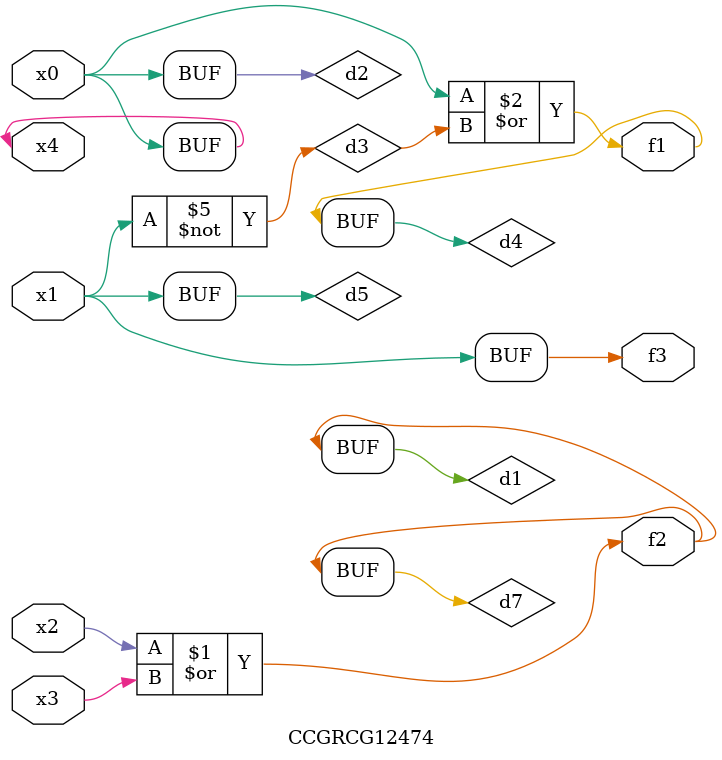
<source format=v>
module CCGRCG12474(
	input x0, x1, x2, x3, x4,
	output f1, f2, f3
);

	wire d1, d2, d3, d4, d5, d6, d7;

	or (d1, x2, x3);
	buf (d2, x0, x4);
	not (d3, x1);
	or (d4, d2, d3);
	not (d5, d3);
	nand (d6, d1, d3);
	or (d7, d1);
	assign f1 = d4;
	assign f2 = d7;
	assign f3 = d5;
endmodule

</source>
